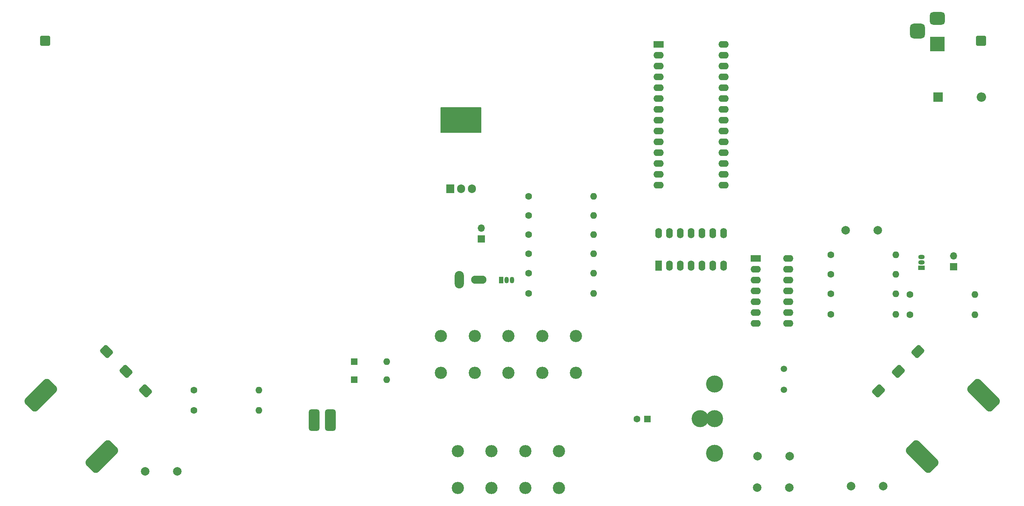
<source format=gbr>
%TF.GenerationSoftware,KiCad,Pcbnew,7.0.10*%
%TF.CreationDate,2024-02-05T13:41:24-05:00*%
%TF.ProjectId,Telstar Alpha,54656c73-7461-4722-9041-6c7068612e6b,0.1*%
%TF.SameCoordinates,Original*%
%TF.FileFunction,Soldermask,Top*%
%TF.FilePolarity,Negative*%
%FSLAX46Y46*%
G04 Gerber Fmt 4.6, Leading zero omitted, Abs format (unit mm)*
G04 Created by KiCad (PCBNEW 7.0.10) date 2024-02-05 13:41:24*
%MOMM*%
%LPD*%
G01*
G04 APERTURE LIST*
G04 Aperture macros list*
%AMRoundRect*
0 Rectangle with rounded corners*
0 $1 Rounding radius*
0 $2 $3 $4 $5 $6 $7 $8 $9 X,Y pos of 4 corners*
0 Add a 4 corners polygon primitive as box body*
4,1,4,$2,$3,$4,$5,$6,$7,$8,$9,$2,$3,0*
0 Add four circle primitives for the rounded corners*
1,1,$1+$1,$2,$3*
1,1,$1+$1,$4,$5*
1,1,$1+$1,$6,$7*
1,1,$1+$1,$8,$9*
0 Add four rect primitives between the rounded corners*
20,1,$1+$1,$2,$3,$4,$5,0*
20,1,$1+$1,$4,$5,$6,$7,0*
20,1,$1+$1,$6,$7,$8,$9,0*
20,1,$1+$1,$8,$9,$2,$3,0*%
G04 Aperture macros list end*
%ADD10C,0.150000*%
%ADD11RoundRect,0.500000X-0.750000X-2.000000X0.750000X-2.000000X0.750000X2.000000X-0.750000X2.000000X0*%
%ADD12RoundRect,0.562500X-0.176777X-0.972272X0.972272X0.176777X0.176777X0.972272X-0.972272X-0.176777X0*%
%ADD13RoundRect,1.000000X-2.828427X1.414214X1.414214X-2.828427X2.828427X-1.414214X-1.414214X2.828427X0*%
%ADD14RoundRect,0.562500X-0.972272X0.176777X0.176777X-0.972272X0.972272X-0.176777X-0.176777X0.972272X0*%
%ADD15RoundRect,1.000000X1.414214X2.828427X-2.828427X-1.414214X-1.414214X-2.828427X2.828427X1.414214X0*%
%ADD16O,2.154000X4.104000*%
%ADD17O,3.604000X1.904000*%
%ADD18R,2.400000X1.600000*%
%ADD19O,2.400000X1.600000*%
%ADD20C,1.600000*%
%ADD21O,1.600000X1.600000*%
%ADD22RoundRect,0.250001X-0.899999X-0.899999X0.899999X-0.899999X0.899999X0.899999X-0.899999X0.899999X0*%
%ADD23C,2.000000*%
%ADD24R,3.500000X3.500000*%
%ADD25RoundRect,0.750000X-1.000000X0.750000X-1.000000X-0.750000X1.000000X-0.750000X1.000000X0.750000X0*%
%ADD26RoundRect,0.875000X-0.875000X0.875000X-0.875000X-0.875000X0.875000X-0.875000X0.875000X0.875000X0*%
%ADD27C,2.865000*%
%ADD28O,3.500000X3.500000*%
%ADD29R,1.905000X2.000000*%
%ADD30O,1.905000X2.000000*%
%ADD31R,1.600000X2.400000*%
%ADD32O,1.600000X2.400000*%
%ADD33R,2.200000X2.200000*%
%ADD34O,2.200000X2.200000*%
%ADD35R,1.500000X1.050000*%
%ADD36O,1.500000X1.050000*%
%ADD37R,1.600000X1.600000*%
%ADD38R,1.050000X1.500000*%
%ADD39O,1.050000X1.500000*%
%ADD40R,1.700000X1.700000*%
%ADD41O,1.700000X1.700000*%
%ADD42C,4.000000*%
%ADD43C,1.500000*%
G04 APERTURE END LIST*
D10*
X117282000Y-45146000D02*
X126680000Y-45146000D01*
X126680000Y-50988000D01*
X117282000Y-50988000D01*
X117282000Y-45146000D01*
G36*
X117282000Y-45146000D02*
G01*
X126680000Y-45146000D01*
X126680000Y-50988000D01*
X117282000Y-50988000D01*
X117282000Y-45146000D01*
G37*
D11*
%TO.C,SW1*%
X87595000Y-118500000D03*
X91405000Y-118500000D03*
%TD*%
D12*
%TO.C,RV2*%
X219948676Y-111641064D03*
X224544870Y-107044870D03*
X229141064Y-102448676D03*
D13*
X230162834Y-127031243D03*
X244531243Y-112662834D03*
%TD*%
D14*
%TO.C,RV1*%
X38858936Y-102448676D03*
X43455130Y-107044870D03*
X48051324Y-111641064D03*
D15*
X23468757Y-112662834D03*
X37837166Y-127031243D03*
%TD*%
D16*
%TO.C,J5*%
X121650000Y-85544000D03*
D17*
X126150000Y-85544000D03*
%TD*%
D18*
%TO.C,U3*%
X191100000Y-80575000D03*
D19*
X191100000Y-83115000D03*
X191100000Y-85655000D03*
X191100000Y-88195000D03*
X191100000Y-90735000D03*
X191100000Y-93275000D03*
X191100000Y-95815000D03*
X198720000Y-95815000D03*
X198720000Y-93275000D03*
X198720000Y-90735000D03*
X198720000Y-88195000D03*
X198720000Y-85655000D03*
X198720000Y-83115000D03*
X198720000Y-80575000D03*
%TD*%
D20*
%TO.C,R4*%
X208722000Y-93660000D03*
D21*
X223962000Y-93660000D03*
%TD*%
D20*
%TO.C,R3*%
X208722000Y-88834000D03*
D21*
X223962000Y-88834000D03*
%TD*%
D22*
%TO.C,J4*%
X244000000Y-29500000D03*
%TD*%
%TO.C,J3*%
X24500000Y-29500000D03*
%TD*%
D23*
%TO.C,C4*%
X191510000Y-134300000D03*
X199010000Y-134300000D03*
%TD*%
D20*
%TO.C,R7*%
X227260000Y-93750000D03*
D21*
X242500000Y-93750000D03*
%TD*%
D24*
%TO.C,J2*%
X233750000Y-30250000D03*
D25*
X233750000Y-24250000D03*
D26*
X229050000Y-27250000D03*
%TD*%
D20*
%TO.C,R5*%
X59370000Y-111440000D03*
D21*
X74610000Y-111440000D03*
%TD*%
D20*
%TO.C,R10*%
X137880000Y-79500000D03*
D21*
X153120000Y-79500000D03*
%TD*%
D27*
%TO.C,SW2*%
X121250000Y-134390000D03*
X121250000Y-125750000D03*
X129170000Y-134390000D03*
X129170000Y-125750000D03*
X137090000Y-134390000D03*
X137090000Y-125750000D03*
X145010000Y-134390000D03*
X145010000Y-125750000D03*
%TD*%
%TO.C,SW3*%
X117320000Y-107390000D03*
X117320000Y-98750000D03*
X125240000Y-107390000D03*
X125240000Y-98750000D03*
X133160000Y-107390000D03*
X133160000Y-98750000D03*
X141080000Y-107390000D03*
X141080000Y-98750000D03*
X149000000Y-107390000D03*
X149000000Y-98750000D03*
%TD*%
D28*
%TO.C,U1*%
X122000000Y-47570000D03*
D29*
X119460000Y-64230000D03*
D30*
X122000000Y-64230000D03*
X124540000Y-64230000D03*
%TD*%
D31*
%TO.C,U4*%
X168340000Y-82250000D03*
D32*
X170880000Y-82250000D03*
X173420000Y-82250000D03*
X175960000Y-82250000D03*
X178500000Y-82250000D03*
X181040000Y-82250000D03*
X183580000Y-82250000D03*
X183580000Y-74630000D03*
X181040000Y-74630000D03*
X178500000Y-74630000D03*
X175960000Y-74630000D03*
X173420000Y-74630000D03*
X170880000Y-74630000D03*
X168340000Y-74630000D03*
%TD*%
D33*
%TO.C,D1*%
X233920000Y-42750000D03*
D34*
X244080000Y-42750000D03*
%TD*%
D35*
%TO.C,Q1*%
X230000000Y-82750000D03*
D36*
X230000000Y-81480000D03*
X230000000Y-80210000D03*
%TD*%
D37*
%TO.C,D3*%
X96940000Y-104750000D03*
D21*
X104560000Y-104750000D03*
%TD*%
D38*
%TO.C,Q2*%
X131480000Y-85610000D03*
D39*
X132750000Y-85610000D03*
X134020000Y-85610000D03*
%TD*%
D20*
%TO.C,R9*%
X137880000Y-66000000D03*
D21*
X153120000Y-66000000D03*
%TD*%
D40*
%TO.C,J1*%
X126750000Y-76000000D03*
D41*
X126750000Y-73460000D03*
%TD*%
D42*
%TO.C,SW4*%
X181500000Y-110050000D03*
X178100000Y-118150000D03*
X181500000Y-118150000D03*
X181500000Y-126250000D03*
%TD*%
D43*
%TO.C,Y1*%
X197770000Y-111350000D03*
X197770000Y-106450000D03*
%TD*%
D20*
%TO.C,R8*%
X59370000Y-116190000D03*
D21*
X74610000Y-116190000D03*
%TD*%
D40*
%TO.C,LS1*%
X237500000Y-82525000D03*
D41*
X237500000Y-79985000D03*
%TD*%
D20*
%TO.C,R11*%
X137880000Y-75000000D03*
D21*
X153120000Y-75000000D03*
%TD*%
D23*
%TO.C,C1*%
X219750000Y-74000000D03*
X212250000Y-74000000D03*
%TD*%
D20*
%TO.C,R14*%
X137880000Y-88750000D03*
D21*
X153120000Y-88750000D03*
%TD*%
D37*
%TO.C,C2*%
X165750000Y-118250000D03*
D20*
X163250000Y-118250000D03*
%TD*%
D18*
%TO.C,U2*%
X168340000Y-30380000D03*
D19*
X168340000Y-32920000D03*
X168340000Y-35460000D03*
X168340000Y-38000000D03*
X168340000Y-40540000D03*
X168340000Y-43080000D03*
X168340000Y-45620000D03*
X168340000Y-48160000D03*
X168340000Y-50700000D03*
X168340000Y-53240000D03*
X168340000Y-55780000D03*
X168340000Y-58320000D03*
X168340000Y-60860000D03*
X168340000Y-63400000D03*
X183580000Y-63400000D03*
X183580000Y-60860000D03*
X183580000Y-58320000D03*
X183580000Y-55780000D03*
X183580000Y-53240000D03*
X183580000Y-50700000D03*
X183580000Y-48160000D03*
X183580000Y-45620000D03*
X183580000Y-43080000D03*
X183580000Y-40540000D03*
X183580000Y-38000000D03*
X183580000Y-35460000D03*
X183580000Y-32920000D03*
X183580000Y-30380000D03*
%TD*%
D20*
%TO.C,R13*%
X137880000Y-70500000D03*
D21*
X153120000Y-70500000D03*
%TD*%
D23*
%TO.C,C3*%
X191560000Y-127000000D03*
X199060000Y-127000000D03*
%TD*%
D20*
%TO.C,R2*%
X208722000Y-84262000D03*
D21*
X223962000Y-84262000D03*
%TD*%
D23*
%TO.C,C6*%
X221000000Y-134000000D03*
X213500000Y-134000000D03*
%TD*%
D20*
%TO.C,R1*%
X208760000Y-79690000D03*
D21*
X224000000Y-79690000D03*
%TD*%
D20*
%TO.C,R6*%
X227260000Y-89000000D03*
D21*
X242500000Y-89000000D03*
%TD*%
D37*
%TO.C,D2*%
X96940000Y-109000000D03*
D21*
X104560000Y-109000000D03*
%TD*%
D23*
%TO.C,C5*%
X48000000Y-130490000D03*
X55500000Y-130490000D03*
%TD*%
D20*
%TO.C,R12*%
X137880000Y-84000000D03*
D21*
X153120000Y-84000000D03*
%TD*%
M02*

</source>
